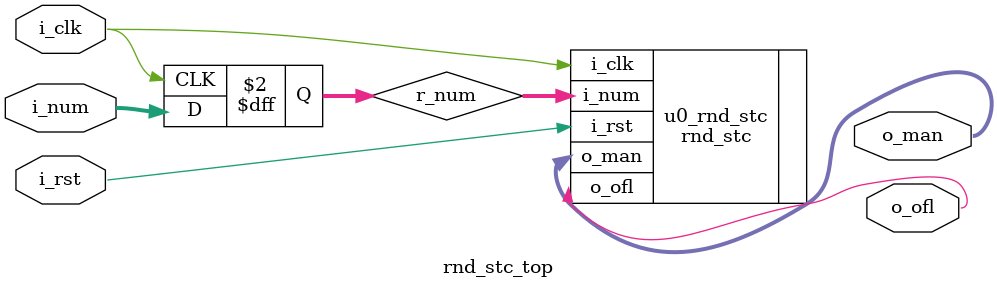
<source format=sv>
module rnd_stc_top #(
    parameter width_i = 24,
    parameter width_o = 4
)(
    // Clock stuff
    input i_clk,
    input i_rst,
    // Input augmented mantissa
    input  logic [width_i-1:0] i_num,
    // Output augmented mantissa
    output logic [width_o-1:0] o_man,
    // Overflow flag
    output logic               o_ofl
);


logic [width_i-1:0] r_num;

always_ff @(posedge i_clk) begin
    r_num <= i_num;
end


rnd_stc # (
    .width_i(width_i),
    .width_o(width_o)
) u0_rnd_stc (
    .i_clk(i_clk),
    .i_rst(i_rst),
    .i_num(r_num),
    .o_man(o_man),
    .o_ofl(o_ofl)
);

endmodule

</source>
